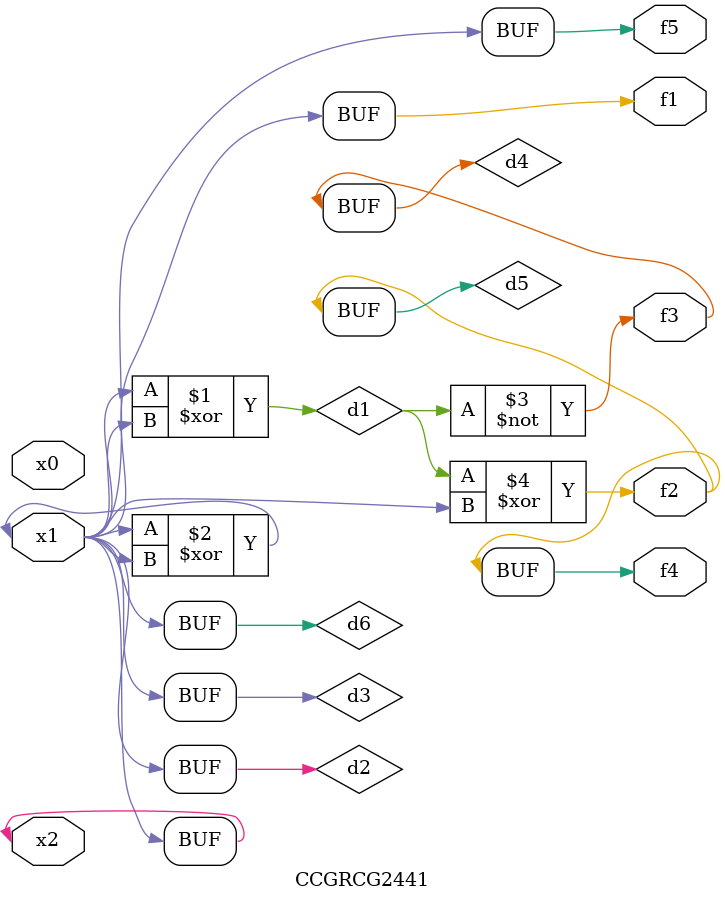
<source format=v>
module CCGRCG2441(
	input x0, x1, x2,
	output f1, f2, f3, f4, f5
);

	wire d1, d2, d3, d4, d5, d6;

	xor (d1, x1, x2);
	buf (d2, x1, x2);
	xor (d3, x1, x2);
	nor (d4, d1);
	xor (d5, d1, d2);
	buf (d6, d2, d3);
	assign f1 = d6;
	assign f2 = d5;
	assign f3 = d4;
	assign f4 = d5;
	assign f5 = d6;
endmodule

</source>
